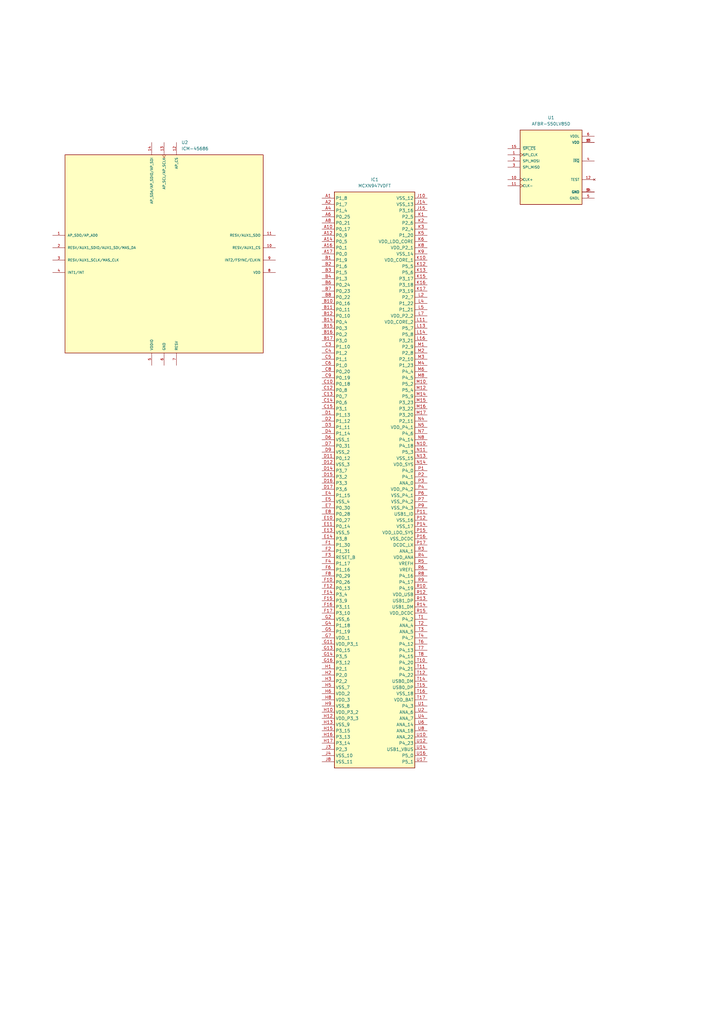
<source format=kicad_sch>
(kicad_sch (version 20231120) (generator "eeschema") (generator_version "8.0")
  (paper "A3" portrait)
  (lib_symbols
    (symbol "Spinali:AFBR-S50LV85D" (pin_names (offset 1.016))
      (property "Reference" "U" (at -12.7 15.875 0))
      (property "Value" "AFBR-S50LV85D" (at -12.7 -17.78 0))
      (symbol "AFBR-S50LV85D_0_0"
        (rectangle (start -12.7 -15.24) (end 12.7 15.24) (stroke (width 0.254)) (fill (type background)))
        (pin input clock (at -17.78 5.08 0) (length 5.08) (name "SPI_CLK") (number "1"))
        (pin bidirectional clock (at -17.78 -5.08 0) (length 5.08) (name "CLK+") (number "10"))
        (pin bidirectional clock (at -17.78 -7.62 0) (length 5.08) (name "CLK-") (number "11"))
        (pin no_connect line (at 17.78 -5.08 180) (length 5.08) (name "TEST") (number "12"))
        (pin power_in line (at 17.78 10.16 180) (length 5.08) (name "VDD") (number "13"))
        (pin power_in line (at 17.78 -10.16 180) (length 5.08) (name "GND") (number "14"))
        (pin input line (at -17.78 7.62 0) (length 5.08) (name "~{SPI_CS}") (number "15"))
        (pin input line (at -17.78 2.54 0) (length 5.08) (name "SPI_MOSI") (number "2"))
        (pin output line (at -17.78 0 0) (length 5.08) (name "SPI_MISO") (number "3"))
        (pin output line (at 17.78 2.54 180) (length 5.08) (name "~{IRQ}") (number "4"))
        (pin power_in line (at 17.78 -12.7 180) (length 5.08) (name "GNDL") (number "5"))
        (pin power_in line (at 17.78 12.7 180) (length 5.08) (name "VDDL") (number "6"))
        (pin power_in line (at 17.78 -10.16 180) (length 5.08) (name "GND") (number "7"))
        (pin power_in line (at 17.78 10.16 180) (length 5.08) (name "VDD") (number "8"))
        (pin power_in line (at 17.78 -10.16 180) (length 5.08) (name "GND") (number "9"))
      )
    )
    (symbol "Spinali:ICM-45686" (pin_names (offset 1.016))
      (property "Reference" "U" (at -40.64 41.402 0))
      (property "Value" "ICM-45686" (at -40.64 -41.402 0))
      (symbol "ICM-45686_0_0"
        (rectangle (start -40.64 -40.64) (end 40.64 40.64) (stroke (width 0.254)) (fill (type background)))
        (pin bidirectional line (at -45.72 7.62 0) (length 5.08) (name "AP_SDO/AP_AD0") (number "1"))
        (pin input line (at 45.72 2.54 180) (length 5.08) (name "RESV/AUX1_CS") (number "10"))
        (pin output line (at 45.72 7.62 180) (length 5.08) (name "RESV/AUX1_SDO") (number "11"))
        (pin input line (at 5.08 45.72 270) (length 5.08) (name "AP_CS") (number "12"))
        (pin input clock (at 0 45.72 270) (length 5.08) (name "AP_SCL/AP_SCLK") (number "13"))
        (pin bidirectional line (at -5.08 45.72 270) (length 5.08) (name "AP_SDA/AP_SDIO/AP_SDI") (number "14"))
        (pin bidirectional line (at -45.72 2.54 0) (length 5.08) (name "RESV/AUX1_SDIO/AUX1_SDI/MAS_DA") (number "2"))
        (pin bidirectional line (at -45.72 -2.54 0) (length 5.08) (name "RESV/AUX1_SCLK/MAS_CLK") (number "3"))
        (pin output line (at -45.72 -7.62 0) (length 5.08) (name "INT1/INT") (number "4"))
        (pin power_in line (at -5.08 -45.72 90) (length 5.08) (name "VDDIO") (number "5"))
        (pin power_in line (at 0 -45.72 90) (length 5.08) (name "GND") (number "6"))
        (pin passive line (at 5.08 -45.72 90) (length 5.08) (name "RESV") (number "7"))
        (pin power_in line (at 45.72 -7.62 180) (length 5.08) (name "VDD") (number "8"))
        (pin bidirectional line (at 45.72 -2.54 180) (length 5.08) (name "INT2/FSYNC/CLKIN") (number "9"))
      )
    )
    (symbol "Spinali:MCXN947VDFT"
      (property "Reference" "IC" (at 39.37 7.62 0))
      (property "Value" "MCXN947VDFT" (at 39.37 5.08 0))
      (symbol "MCXN947VDFT_1_1"
        (rectangle (start 5.08 2.54) (end 38.1 -233.68) (stroke (width 0.254)) (fill (type background)))
        (pin passive line (at 0 0 0) (length 5.08) (name "P1_8") (number "A1"))
        (pin passive line (at 0 -12.7 0) (length 5.08) (name "P0_17") (number "A10"))
        (pin passive line (at 0 -15.24 0) (length 5.08) (name "P0_9") (number "A12"))
        (pin passive line (at 0 -17.78 0) (length 5.08) (name "P0_5") (number "A14"))
        (pin passive line (at 0 -20.32 0) (length 5.08) (name "P0_1") (number "A16"))
        (pin passive line (at 0 -22.86 0) (length 5.08) (name "P0_0") (number "A17"))
        (pin passive line (at 0 -2.54 0) (length 5.08) (name "P1_7") (number "A2"))
        (pin passive line (at 0 -5.08 0) (length 5.08) (name "P1_4") (number "A4"))
        (pin passive line (at 0 -7.62 0) (length 5.08) (name "P0_25") (number "A6"))
        (pin passive line (at 0 -10.16 0) (length 5.08) (name "P0_21") (number "A8"))
        (pin passive line (at 0 -25.4 0) (length 5.08) (name "P1_9") (number "B1"))
        (pin passive line (at 0 -43.18 0) (length 5.08) (name "P0_16") (number "B10"))
        (pin passive line (at 0 -45.72 0) (length 5.08) (name "P0_11") (number "B11"))
        (pin passive line (at 0 -48.26 0) (length 5.08) (name "P0_10") (number "B12"))
        (pin passive line (at 0 -50.8 0) (length 5.08) (name "P0_4") (number "B14"))
        (pin passive line (at 0 -53.34 0) (length 5.08) (name "P0_3") (number "B15"))
        (pin passive line (at 0 -55.88 0) (length 5.08) (name "P0_2") (number "B16"))
        (pin passive line (at 0 -58.42 0) (length 5.08) (name "P3_0") (number "B17"))
        (pin passive line (at 0 -27.94 0) (length 5.08) (name "P1_6") (number "B2"))
        (pin passive line (at 0 -30.48 0) (length 5.08) (name "P1_5") (number "B3"))
        (pin passive line (at 0 -33.02 0) (length 5.08) (name "P1_3") (number "B4"))
        (pin passive line (at 0 -35.56 0) (length 5.08) (name "P0_24") (number "B6"))
        (pin passive line (at 0 -38.1 0) (length 5.08) (name "P0_23") (number "B7"))
        (pin passive line (at 0 -40.64 0) (length 5.08) (name "P0_22") (number "B8"))
        (pin passive line (at 0 -76.2 0) (length 5.08) (name "P0_18") (number "C10"))
        (pin passive line (at 0 -78.74 0) (length 5.08) (name "P0_8") (number "C12"))
        (pin passive line (at 0 -81.28 0) (length 5.08) (name "P0_7") (number "C13"))
        (pin passive line (at 0 -83.82 0) (length 5.08) (name "P0_6") (number "C14"))
        (pin passive line (at 0 -86.36 0) (length 5.08) (name "P3_1") (number "C15"))
        (pin passive line (at 0 -60.96 0) (length 5.08) (name "P1_10") (number "C3"))
        (pin passive line (at 0 -63.5 0) (length 5.08) (name "P1_2") (number "C4"))
        (pin passive line (at 0 -66.04 0) (length 5.08) (name "P1_1") (number "C5"))
        (pin passive line (at 0 -68.58 0) (length 5.08) (name "P1_0") (number "C6"))
        (pin passive line (at 0 -71.12 0) (length 5.08) (name "P0_20") (number "C8"))
        (pin passive line (at 0 -73.66 0) (length 5.08) (name "P0_19") (number "C9"))
        (pin passive line (at 0 -88.9 0) (length 5.08) (name "P1_13") (number "D1"))
        (pin passive line (at 0 -106.68 0) (length 5.08) (name "P0_12") (number "D11"))
        (pin passive line (at 0 -109.22 0) (length 5.08) (name "VSS_3") (number "D12"))
        (pin passive line (at 0 -111.76 0) (length 5.08) (name "P3_7") (number "D14"))
        (pin passive line (at 0 -114.3 0) (length 5.08) (name "P3_2") (number "D15"))
        (pin passive line (at 0 -116.84 0) (length 5.08) (name "P3_3") (number "D16"))
        (pin passive line (at 0 -119.38 0) (length 5.08) (name "P3_6") (number "D17"))
        (pin passive line (at 0 -91.44 0) (length 5.08) (name "P1_12") (number "D2"))
        (pin passive line (at 0 -93.98 0) (length 5.08) (name "P1_11") (number "D3"))
        (pin passive line (at 0 -96.52 0) (length 5.08) (name "P1_14") (number "D4"))
        (pin passive line (at 0 -99.06 0) (length 5.08) (name "VSS_1") (number "D6"))
        (pin passive line (at 0 -101.6 0) (length 5.08) (name "P0_31") (number "D7"))
        (pin passive line (at 0 -104.14 0) (length 5.08) (name "VSS_2") (number "D9"))
        (pin passive line (at 0 -132.08 0) (length 5.08) (name "P0_27") (number "E10"))
        (pin passive line (at 0 -134.62 0) (length 5.08) (name "P0_14") (number "E11"))
        (pin passive line (at 0 -137.16 0) (length 5.08) (name "VSS_5") (number "E13"))
        (pin passive line (at 0 -139.7 0) (length 5.08) (name "P3_8") (number "E14"))
        (pin passive line (at 0 -121.92 0) (length 5.08) (name "P1_15") (number "E4"))
        (pin passive line (at 0 -124.46 0) (length 5.08) (name "VSS_4") (number "E5"))
        (pin passive line (at 0 -127 0) (length 5.08) (name "P0_30") (number "E7"))
        (pin passive line (at 0 -129.54 0) (length 5.08) (name "P0_28") (number "E8"))
        (pin passive line (at 0 -142.24 0) (length 5.08) (name "P1_30") (number "F1"))
        (pin passive line (at 0 -157.48 0) (length 5.08) (name "P0_26") (number "F10"))
        (pin passive line (at 0 -160.02 0) (length 5.08) (name "P0_13") (number "F12"))
        (pin passive line (at 0 -162.56 0) (length 5.08) (name "P3_4") (number "F14"))
        (pin passive line (at 0 -165.1 0) (length 5.08) (name "P3_9") (number "F15"))
        (pin passive line (at 0 -167.64 0) (length 5.08) (name "P3_11") (number "F16"))
        (pin passive line (at 0 -170.18 0) (length 5.08) (name "P3_10") (number "F17"))
        (pin passive line (at 0 -144.78 0) (length 5.08) (name "P1_31") (number "F2"))
        (pin passive line (at 0 -147.32 0) (length 5.08) (name "RESET_B") (number "F3"))
        (pin passive line (at 0 -149.86 0) (length 5.08) (name "P1_17") (number "F4"))
        (pin passive line (at 0 -152.4 0) (length 5.08) (name "P1_16") (number "F6"))
        (pin passive line (at 0 -154.94 0) (length 5.08) (name "P0_29") (number "F8"))
        (pin passive line (at 0 -182.88 0) (length 5.08) (name "VDD_P3_1") (number "G11"))
        (pin passive line (at 0 -185.42 0) (length 5.08) (name "P0_15") (number "G13"))
        (pin passive line (at 0 -187.96 0) (length 5.08) (name "P3_5") (number "G14"))
        (pin passive line (at 0 -190.5 0) (length 5.08) (name "P3_12") (number "G16"))
        (pin passive line (at 0 -172.72 0) (length 5.08) (name "VSS_6") (number "G2"))
        (pin passive line (at 0 -175.26 0) (length 5.08) (name "P1_18") (number "G4"))
        (pin passive line (at 0 -177.8 0) (length 5.08) (name "P1_19") (number "G5"))
        (pin passive line (at 0 -180.34 0) (length 5.08) (name "VDD_1") (number "G7"))
        (pin passive line (at 0 -193.04 0) (length 5.08) (name "P2_1") (number "H1"))
        (pin passive line (at 0 -210.82 0) (length 5.08) (name "VDD_P3_2") (number "H10"))
        (pin passive line (at 0 -213.36 0) (length 5.08) (name "VDD_P3_3") (number "H12"))
        (pin passive line (at 0 -215.9 0) (length 5.08) (name "VSS_9") (number "H13"))
        (pin passive line (at 0 -218.44 0) (length 5.08) (name "P3_15") (number "H15"))
        (pin passive line (at 0 -220.98 0) (length 5.08) (name "P3_13") (number "H16"))
        (pin passive line (at 0 -223.52 0) (length 5.08) (name "P3_14") (number "H17"))
        (pin passive line (at 0 -195.58 0) (length 5.08) (name "P2_0") (number "H2"))
        (pin passive line (at 0 -198.12 0) (length 5.08) (name "P2_2") (number "H3"))
        (pin passive line (at 0 -200.66 0) (length 5.08) (name "VSS_7") (number "H5"))
        (pin passive line (at 0 -203.2 0) (length 5.08) (name "VDD_2") (number "H6"))
        (pin passive line (at 0 -205.74 0) (length 5.08) (name "VDD_3") (number "H8"))
        (pin passive line (at 0 -208.28 0) (length 5.08) (name "VSS_8") (number "H9"))
        (pin passive line (at 43.18 0 180) (length 5.08) (name "VSS_12") (number "J10"))
        (pin passive line (at 43.18 -2.54 180) (length 5.08) (name "VSS_13") (number "J14"))
        (pin passive line (at 43.18 -5.08 180) (length 5.08) (name "P3_16") (number "J15"))
        (pin passive line (at 0 -226.06 0) (length 5.08) (name "P2_3") (number "J3"))
        (pin passive line (at 0 -228.6 0) (length 5.08) (name "VSS_10") (number "J4"))
        (pin passive line (at 0 -231.14 0) (length 5.08) (name "VSS_11") (number "J8"))
        (pin passive line (at 43.18 -7.62 180) (length 5.08) (name "P2_5") (number "K1"))
        (pin passive line (at 43.18 -25.4 180) (length 5.08) (name "VDD_CORE_1") (number "K10"))
        (pin passive line (at 43.18 -27.94 180) (length 5.08) (name "P5_5") (number "K12"))
        (pin passive line (at 43.18 -30.48 180) (length 5.08) (name "P5_6") (number "K13"))
        (pin passive line (at 43.18 -33.02 180) (length 5.08) (name "P3_17") (number "K15"))
        (pin passive line (at 43.18 -35.56 180) (length 5.08) (name "P3_18") (number "K16"))
        (pin passive line (at 43.18 -38.1 180) (length 5.08) (name "P3_19") (number "K17"))
        (pin passive line (at 43.18 -10.16 180) (length 5.08) (name "P2_6") (number "K2"))
        (pin passive line (at 43.18 -12.7 180) (length 5.08) (name "P2_4") (number "K3"))
        (pin passive line (at 43.18 -15.24 180) (length 5.08) (name "P1_20") (number "K5"))
        (pin passive line (at 43.18 -17.78 180) (length 5.08) (name "VDD_LDO_CORE") (number "K6"))
        (pin passive line (at 43.18 -20.32 180) (length 5.08) (name "VDD_P2_1") (number "K8"))
        (pin passive line (at 43.18 -22.86 180) (length 5.08) (name "VSS_14") (number "K9"))
        (pin passive line (at 43.18 -50.8 180) (length 5.08) (name "VDD_CORE_2") (number "L11"))
        (pin passive line (at 43.18 -53.34 180) (length 5.08) (name "P5_7") (number "L13"))
        (pin passive line (at 43.18 -55.88 180) (length 5.08) (name "P5_8") (number "L14"))
        (pin passive line (at 43.18 -58.42 180) (length 5.08) (name "P3_21") (number "L16"))
        (pin passive line (at 43.18 -40.64 180) (length 5.08) (name "P2_7") (number "L2"))
        (pin passive line (at 43.18 -43.18 180) (length 5.08) (name "P1_22") (number "L4"))
        (pin passive line (at 43.18 -45.72 180) (length 5.08) (name "P1_21") (number "L5"))
        (pin passive line (at 43.18 -48.26 180) (length 5.08) (name "VDD_P2_2") (number "L7"))
        (pin passive line (at 43.18 -60.96 180) (length 5.08) (name "P2_9") (number "M1"))
        (pin passive line (at 43.18 -76.2 180) (length 5.08) (name "P5_2") (number "M10"))
        (pin passive line (at 43.18 -78.74 180) (length 5.08) (name "P5_4") (number "M12"))
        (pin passive line (at 43.18 -81.28 180) (length 5.08) (name "P5_9") (number "M14"))
        (pin passive line (at 43.18 -83.82 180) (length 5.08) (name "P3_23") (number "M15"))
        (pin passive line (at 43.18 -86.36 180) (length 5.08) (name "P3_22") (number "M16"))
        (pin passive line (at 43.18 -88.9 180) (length 5.08) (name "P3_20") (number "M17"))
        (pin passive line (at 43.18 -63.5 180) (length 5.08) (name "P2_8") (number "M2"))
        (pin passive line (at 43.18 -66.04 180) (length 5.08) (name "P2_10") (number "M3"))
        (pin passive line (at 43.18 -68.58 180) (length 5.08) (name "P1_23") (number "M4"))
        (pin passive line (at 43.18 -71.12 180) (length 5.08) (name "P4_4") (number "M6"))
        (pin passive line (at 43.18 -73.66 180) (length 5.08) (name "P4_5") (number "M8"))
        (pin passive line (at 43.18 -101.6 180) (length 5.08) (name "P4_18") (number "N10"))
        (pin passive line (at 43.18 -104.14 180) (length 5.08) (name "P5_3") (number "N11"))
        (pin passive line (at 43.18 -106.68 180) (length 5.08) (name "VSS_15") (number "N13"))
        (pin passive line (at 43.18 -109.22 180) (length 5.08) (name "VDD_SYS") (number "N14"))
        (pin passive line (at 43.18 -91.44 180) (length 5.08) (name "P2_11") (number "N4"))
        (pin passive line (at 43.18 -93.98 180) (length 5.08) (name "VDD_P4_1") (number "N5"))
        (pin passive line (at 43.18 -96.52 180) (length 5.08) (name "P4_6") (number "N7"))
        (pin passive line (at 43.18 -99.06 180) (length 5.08) (name "P4_14") (number "N8"))
        (pin passive line (at 43.18 -111.76 180) (length 5.08) (name "P4_0") (number "P1"))
        (pin passive line (at 43.18 -129.54 180) (length 5.08) (name "USB1_ID") (number "P11"))
        (pin passive line (at 43.18 -132.08 180) (length 5.08) (name "VSS_16") (number "P12"))
        (pin passive line (at 43.18 -134.62 180) (length 5.08) (name "VSS_17") (number "P14"))
        (pin passive line (at 43.18 -137.16 180) (length 5.08) (name "VDD_LDO_SYS") (number "P15"))
        (pin passive line (at 43.18 -139.7 180) (length 5.08) (name "VSS_DCDC") (number "P16"))
        (pin passive line (at 43.18 -142.24 180) (length 5.08) (name "DCDC_LX") (number "P17"))
        (pin passive line (at 43.18 -114.3 180) (length 5.08) (name "P4_1") (number "P2"))
        (pin passive line (at 43.18 -116.84 180) (length 5.08) (name "ANA_0") (number "P3"))
        (pin passive line (at 43.18 -119.38 180) (length 5.08) (name "VDD_P4_2") (number "P4"))
        (pin passive line (at 43.18 -121.92 180) (length 5.08) (name "VSS_P4_1") (number "P6"))
        (pin passive line (at 43.18 -124.46 180) (length 5.08) (name "VSS_P4_2") (number "P7"))
        (pin passive line (at 43.18 -127 180) (length 5.08) (name "VSS_P4_3") (number "P9"))
        (pin passive line (at 43.18 -160.02 180) (length 5.08) (name "P4_19") (number "R10"))
        (pin passive line (at 43.18 -162.56 180) (length 5.08) (name "VDD_USB") (number "R12"))
        (pin passive line (at 43.18 -165.1 180) (length 5.08) (name "USB1_DP") (number "R13"))
        (pin passive line (at 43.18 -167.64 180) (length 5.08) (name "USB1_DM") (number "R14"))
        (pin passive line (at 43.18 -170.18 180) (length 5.08) (name "VDD_DCDC") (number "R15"))
        (pin passive line (at 43.18 -144.78 180) (length 5.08) (name "ANA_1") (number "R3"))
        (pin passive line (at 43.18 -147.32 180) (length 5.08) (name "VDD_ANA") (number "R4"))
        (pin passive line (at 43.18 -149.86 180) (length 5.08) (name "VREFH") (number "R5"))
        (pin passive line (at 43.18 -152.4 180) (length 5.08) (name "VREFL") (number "R6"))
        (pin passive line (at 43.18 -154.94 180) (length 5.08) (name "P4_16") (number "R8"))
        (pin passive line (at 43.18 -157.48 180) (length 5.08) (name "P4_17") (number "R9"))
        (pin passive line (at 43.18 -172.72 180) (length 5.08) (name "P4_2") (number "T1"))
        (pin passive line (at 43.18 -190.5 180) (length 5.08) (name "P4_20") (number "T10"))
        (pin passive line (at 43.18 -193.04 180) (length 5.08) (name "P4_21") (number "T11"))
        (pin passive line (at 43.18 -195.58 180) (length 5.08) (name "P4_22") (number "T12"))
        (pin passive line (at 43.18 -198.12 180) (length 5.08) (name "USB0_DM") (number "T14"))
        (pin passive line (at 43.18 -200.66 180) (length 5.08) (name "USB0_DP") (number "T15"))
        (pin passive line (at 43.18 -203.2 180) (length 5.08) (name "VSS_18") (number "T16"))
        (pin passive line (at 43.18 -205.74 180) (length 5.08) (name "VDD_BAT") (number "T17"))
        (pin passive line (at 43.18 -175.26 180) (length 5.08) (name "ANA_4") (number "T2"))
        (pin passive line (at 43.18 -177.8 180) (length 5.08) (name "ANA_5") (number "T3"))
        (pin passive line (at 43.18 -180.34 180) (length 5.08) (name "P4_7") (number "T4"))
        (pin passive line (at 43.18 -182.88 180) (length 5.08) (name "P4_12") (number "T6"))
        (pin passive line (at 43.18 -185.42 180) (length 5.08) (name "P4_13") (number "T7"))
        (pin passive line (at 43.18 -187.96 180) (length 5.08) (name "P4_15") (number "T8"))
        (pin passive line (at 43.18 -208.28 180) (length 5.08) (name "P4_3") (number "U1"))
        (pin passive line (at 43.18 -220.98 180) (length 5.08) (name "ANA_22") (number "U10"))
        (pin passive line (at 43.18 -223.52 180) (length 5.08) (name "P4_23") (number "U12"))
        (pin passive line (at 43.18 -226.06 180) (length 5.08) (name "USB1_VBUS") (number "U14"))
        (pin passive line (at 43.18 -228.6 180) (length 5.08) (name "P5_0") (number "U16"))
        (pin passive line (at 43.18 -231.14 180) (length 5.08) (name "P5_1") (number "U17"))
        (pin passive line (at 43.18 -210.82 180) (length 5.08) (name "ANA_6") (number "U2"))
        (pin passive line (at 43.18 -213.36 180) (length 5.08) (name "ANA_7") (number "U4"))
        (pin passive line (at 43.18 -215.9 180) (length 5.08) (name "ANA_14") (number "U6"))
        (pin passive line (at 43.18 -218.44 180) (length 5.08) (name "ANA_18") (number "U8"))
      )
    )
  )
  (symbol (lib_id "Spinali:MCXN947VDFT") (at 132.08 81.28 0) (unit 1)
    (property "Reference" "IC1" (at 153.67 73.66 0))
    (property "Value" "MCXN947VDFT" (at 153.67 76.2 0))
    (property "Footprint" "BGA184C50P17X17_900X900X98" (effects (hide yes)))
    (property "Datasheet" "https://www.nxp.com/docs/en/package-information/SOT2172-1.pdf" (effects (hide yes)))
    (property "Description" "ARM Microcontrollers - MCU MCXN10, 184VFBGA" (effects (hide yes)))
    (property "Height" "0.98" (effects (hide yes)))
    (property "Mouser Part Number" "771-MCXN947VDFT" (effects (hide yes)))
    (property "Mouser Price/Stock" "https://www.mouser.co.uk/ProductDetail/NXP-Semiconductors/MCXN947VDFT?qs=Z%252BL2brAPG1LCTJ7PAuK4bA%3D%3D" (effects (hide yes)))
    (property "Manufacturer_Name" "NXP" (effects (hide yes)))
    (property "Manufacturer_Part_Number" "MCXN947VDFT" (effects (hide yes)))
  )
  (symbol (lib_id "Spinali:AFBR-S50LV85D") (at 226.06 68.58 0) (unit 1)
    (property "Reference" "U1" (at 226.06 48.26 0))
    (property "Value" "AFBR-S50LV85D" (at 226.06 50.8 0))
    (property "Footprint" "AFBR-S50LV85D:XCVR_AFBR-S50LV85D" (effects (hide yes)))
    (property "PARTREV" "September 17, 2020" (effects (hide yes)))
    (property "MANUFACTURER" "Broadcom" (effects (hide yes)))
    (property "MAXIMUM_PACKAGE_HEIGHT" "7.7mm" (effects (hide yes)))
    (property "STANDARD" "IPC 2221B" (effects (hide yes)))
  )
  (symbol (lib_id "Spinali:ICM-45686") (at 67.31 104.14 0) (unit 1)
    (property "Reference" "U2" (at 74.4094 58.42 0) (effects (justify left)))
    (property "Value" "ICM-45686" (at 74.4094 60.96 0) (effects (justify left)))
    (property "Footprint" "ICM-45686:IC_ICM-45686" (effects (hide yes)))
    (property "PARTREV" "0.2" (effects (hide yes)))
    (property "STANDARD" "Manufacturer Recommendations" (effects (hide yes)))
    (property "MAXIMUM_PACKAGE_HEIGHT" "0.86mm" (effects (hide yes)))
    (property "MANUFACTURER" "TDK InvenSense" (effects (hide yes)))
  )
)
</source>
